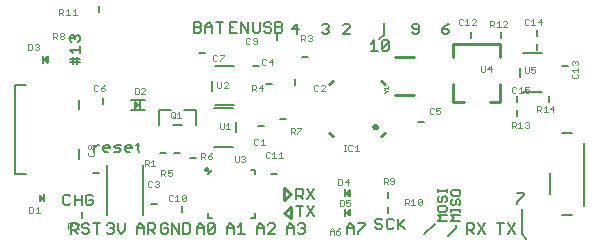
<source format=gbr>
G04 EAGLE Gerber RS-274X export*
G75*
%MOMM*%
%FSLAX34Y34*%
%LPD*%
%INSilkscreen Top*%
%IPPOS*%
%AMOC8*
5,1,8,0,0,1.08239X$1,22.5*%
G01*
%ADD10C,0.127000*%
%ADD11C,0.076200*%
%ADD12C,0.254000*%
%ADD13C,0.203200*%
%ADD14C,0.101600*%
%ADD15R,0.200000X0.800000*%
%ADD16R,0.127000X0.762000*%
%ADD17C,0.220000*%
%ADD18C,0.025400*%
%ADD19C,0.050800*%

G36*
X24013Y170058D02*
X24013Y170058D01*
X24042Y170055D01*
X24134Y170075D01*
X24227Y170088D01*
X24254Y170101D01*
X24283Y170107D01*
X24363Y170155D01*
X24447Y170197D01*
X24468Y170218D01*
X24494Y170233D01*
X24555Y170305D01*
X24621Y170371D01*
X24634Y170397D01*
X24654Y170420D01*
X24689Y170507D01*
X24731Y170591D01*
X24735Y170621D01*
X24746Y170648D01*
X24764Y170815D01*
X24764Y175895D01*
X24759Y175924D01*
X24762Y175954D01*
X24740Y176045D01*
X24725Y176138D01*
X24711Y176164D01*
X24704Y176193D01*
X24653Y176272D01*
X24609Y176355D01*
X24588Y176376D01*
X24572Y176401D01*
X24499Y176460D01*
X24431Y176525D01*
X24404Y176537D01*
X24381Y176556D01*
X24293Y176589D01*
X24208Y176628D01*
X24178Y176631D01*
X24151Y176642D01*
X24057Y176645D01*
X23964Y176655D01*
X23934Y176649D01*
X23905Y176650D01*
X23815Y176623D01*
X23723Y176603D01*
X23698Y176588D01*
X23669Y176579D01*
X23527Y176489D01*
X20352Y173949D01*
X20283Y173872D01*
X20210Y173799D01*
X20201Y173782D01*
X20188Y173767D01*
X20146Y173671D01*
X20100Y173579D01*
X20098Y173559D01*
X20090Y173541D01*
X20081Y173438D01*
X20067Y173335D01*
X20071Y173316D01*
X20069Y173296D01*
X20094Y173195D01*
X20113Y173093D01*
X20123Y173076D01*
X20127Y173057D01*
X20183Y172970D01*
X20234Y172879D01*
X20251Y172862D01*
X20259Y172849D01*
X20284Y172829D01*
X20352Y172761D01*
X23527Y170221D01*
X23553Y170206D01*
X23575Y170186D01*
X23660Y170146D01*
X23742Y170100D01*
X23771Y170094D01*
X23798Y170082D01*
X23891Y170072D01*
X23983Y170054D01*
X24013Y170058D01*
G37*
G36*
X279918Y57028D02*
X279918Y57028D01*
X279947Y57025D01*
X280039Y57045D01*
X280132Y57058D01*
X280159Y57071D01*
X280188Y57077D01*
X280268Y57125D01*
X280352Y57167D01*
X280373Y57188D01*
X280399Y57203D01*
X280460Y57275D01*
X280526Y57341D01*
X280539Y57367D01*
X280559Y57390D01*
X280594Y57477D01*
X280636Y57561D01*
X280640Y57591D01*
X280651Y57618D01*
X280669Y57785D01*
X280669Y62865D01*
X280664Y62894D01*
X280667Y62924D01*
X280645Y63015D01*
X280630Y63108D01*
X280616Y63134D01*
X280609Y63163D01*
X280558Y63242D01*
X280514Y63325D01*
X280493Y63346D01*
X280477Y63371D01*
X280404Y63430D01*
X280336Y63495D01*
X280309Y63507D01*
X280286Y63526D01*
X280198Y63559D01*
X280113Y63598D01*
X280083Y63601D01*
X280056Y63612D01*
X279962Y63615D01*
X279869Y63625D01*
X279839Y63619D01*
X279810Y63620D01*
X279720Y63593D01*
X279628Y63573D01*
X279603Y63558D01*
X279574Y63549D01*
X279432Y63459D01*
X276257Y60919D01*
X276188Y60842D01*
X276115Y60769D01*
X276106Y60752D01*
X276093Y60737D01*
X276051Y60641D01*
X276005Y60549D01*
X276003Y60529D01*
X275995Y60511D01*
X275986Y60408D01*
X275972Y60305D01*
X275976Y60286D01*
X275974Y60266D01*
X275999Y60165D01*
X276018Y60063D01*
X276028Y60046D01*
X276032Y60027D01*
X276088Y59940D01*
X276139Y59849D01*
X276156Y59832D01*
X276164Y59819D01*
X276189Y59799D01*
X276257Y59731D01*
X279432Y57191D01*
X279458Y57176D01*
X279480Y57156D01*
X279565Y57116D01*
X279647Y57070D01*
X279676Y57064D01*
X279703Y57052D01*
X279796Y57042D01*
X279888Y57024D01*
X279918Y57028D01*
G37*
G36*
X17341Y52586D02*
X17341Y52586D01*
X17370Y52585D01*
X17460Y52612D01*
X17552Y52632D01*
X17577Y52647D01*
X17606Y52656D01*
X17748Y52746D01*
X20923Y55286D01*
X20992Y55363D01*
X21065Y55436D01*
X21074Y55454D01*
X21087Y55468D01*
X21129Y55564D01*
X21175Y55656D01*
X21177Y55676D01*
X21185Y55694D01*
X21194Y55797D01*
X21208Y55900D01*
X21204Y55919D01*
X21206Y55939D01*
X21181Y56040D01*
X21162Y56142D01*
X21152Y56159D01*
X21148Y56178D01*
X21092Y56266D01*
X21041Y56356D01*
X21024Y56373D01*
X21016Y56386D01*
X20991Y56406D01*
X20923Y56474D01*
X17748Y59014D01*
X17722Y59029D01*
X17700Y59050D01*
X17615Y59089D01*
X17533Y59135D01*
X17504Y59141D01*
X17477Y59153D01*
X17384Y59163D01*
X17292Y59181D01*
X17262Y59177D01*
X17233Y59180D01*
X17141Y59160D01*
X17048Y59148D01*
X17021Y59134D01*
X16992Y59128D01*
X16912Y59080D01*
X16828Y59038D01*
X16807Y59017D01*
X16781Y59002D01*
X16720Y58930D01*
X16654Y58864D01*
X16641Y58838D01*
X16621Y58815D01*
X16586Y58728D01*
X16544Y58644D01*
X16540Y58614D01*
X16529Y58587D01*
X16511Y58420D01*
X16511Y53340D01*
X16516Y53311D01*
X16513Y53281D01*
X16535Y53190D01*
X16551Y53097D01*
X16564Y53071D01*
X16571Y53042D01*
X16622Y52963D01*
X16666Y52880D01*
X16687Y52859D01*
X16703Y52834D01*
X16776Y52775D01*
X16844Y52711D01*
X16871Y52698D01*
X16894Y52679D01*
X16982Y52646D01*
X17067Y52607D01*
X17097Y52604D01*
X17124Y52593D01*
X17218Y52590D01*
X17311Y52580D01*
X17341Y52586D01*
G37*
G36*
X279918Y40518D02*
X279918Y40518D01*
X279947Y40515D01*
X280039Y40535D01*
X280132Y40548D01*
X280159Y40561D01*
X280188Y40567D01*
X280268Y40615D01*
X280352Y40657D01*
X280373Y40678D01*
X280399Y40693D01*
X280460Y40765D01*
X280526Y40831D01*
X280539Y40857D01*
X280559Y40880D01*
X280594Y40967D01*
X280636Y41051D01*
X280640Y41081D01*
X280651Y41108D01*
X280669Y41275D01*
X280669Y46355D01*
X280664Y46384D01*
X280667Y46414D01*
X280645Y46505D01*
X280630Y46598D01*
X280616Y46624D01*
X280609Y46653D01*
X280558Y46732D01*
X280514Y46815D01*
X280493Y46836D01*
X280477Y46861D01*
X280404Y46920D01*
X280336Y46985D01*
X280309Y46997D01*
X280286Y47016D01*
X280198Y47049D01*
X280113Y47088D01*
X280083Y47091D01*
X280056Y47102D01*
X279962Y47105D01*
X279869Y47115D01*
X279839Y47109D01*
X279810Y47110D01*
X279720Y47083D01*
X279628Y47063D01*
X279603Y47048D01*
X279574Y47039D01*
X279432Y46949D01*
X276257Y44409D01*
X276188Y44332D01*
X276115Y44259D01*
X276106Y44242D01*
X276093Y44227D01*
X276051Y44131D01*
X276005Y44039D01*
X276003Y44019D01*
X275995Y44001D01*
X275986Y43898D01*
X275972Y43795D01*
X275976Y43776D01*
X275974Y43756D01*
X275999Y43655D01*
X276018Y43553D01*
X276028Y43536D01*
X276032Y43517D01*
X276088Y43430D01*
X276139Y43339D01*
X276156Y43322D01*
X276164Y43309D01*
X276189Y43289D01*
X276257Y43221D01*
X279432Y40681D01*
X279458Y40666D01*
X279480Y40646D01*
X279565Y40606D01*
X279647Y40560D01*
X279676Y40554D01*
X279703Y40542D01*
X279796Y40532D01*
X279888Y40514D01*
X279918Y40518D01*
G37*
G36*
X98332Y132508D02*
X98332Y132508D01*
X98361Y132504D01*
X98401Y132521D01*
X98443Y132528D01*
X98478Y132554D01*
X98490Y132559D01*
X98495Y132566D01*
X98509Y132576D01*
X101009Y135076D01*
X101017Y135090D01*
X101029Y135099D01*
X101050Y135151D01*
X101077Y135199D01*
X101076Y135215D01*
X101082Y135230D01*
X101072Y135284D01*
X101069Y135340D01*
X101059Y135353D01*
X101057Y135368D01*
X101009Y135434D01*
X98509Y137934D01*
X98471Y137955D01*
X98439Y137984D01*
X98410Y137988D01*
X98386Y138002D01*
X98342Y137999D01*
X98299Y138006D01*
X98273Y137995D01*
X98245Y137994D01*
X98210Y137968D01*
X98170Y137951D01*
X98154Y137928D01*
X98131Y137911D01*
X98114Y137871D01*
X98090Y137835D01*
X98083Y137792D01*
X98078Y137780D01*
X98080Y137772D01*
X98077Y137755D01*
X98077Y132755D01*
X98089Y132713D01*
X98091Y132670D01*
X98108Y132647D01*
X98116Y132620D01*
X98148Y132591D01*
X98174Y132556D01*
X98200Y132545D01*
X98221Y132526D01*
X98264Y132519D01*
X98305Y132503D01*
X98332Y132508D01*
G37*
D10*
X198057Y205113D02*
X198057Y197698D01*
X199540Y196215D01*
X202506Y196215D01*
X203989Y197698D01*
X203989Y205113D01*
X211861Y205113D02*
X213344Y203630D01*
X211861Y205113D02*
X208895Y205113D01*
X207412Y203630D01*
X207412Y202147D01*
X208895Y200664D01*
X211861Y200664D01*
X213344Y199181D01*
X213344Y197698D01*
X211861Y196215D01*
X208895Y196215D01*
X207412Y197698D01*
X216768Y196215D02*
X216768Y205113D01*
X221216Y205113D01*
X222699Y203630D01*
X222699Y202147D01*
X221216Y200664D01*
X222699Y199181D01*
X222699Y197698D01*
X221216Y196215D01*
X216768Y196215D01*
X216768Y200664D02*
X221216Y200664D01*
X43752Y34933D02*
X43752Y26035D01*
X43752Y34933D02*
X48201Y34933D01*
X49684Y33450D01*
X49684Y30484D01*
X48201Y29001D01*
X43752Y29001D01*
X46718Y29001D02*
X49684Y26035D01*
X57556Y34933D02*
X59039Y33450D01*
X57556Y34933D02*
X54590Y34933D01*
X53107Y33450D01*
X53107Y31967D01*
X54590Y30484D01*
X57556Y30484D01*
X59039Y29001D01*
X59039Y27518D01*
X57556Y26035D01*
X54590Y26035D01*
X53107Y27518D01*
X65428Y26035D02*
X65428Y34933D01*
X62463Y34933D02*
X68394Y34933D01*
X99230Y31967D02*
X99230Y26035D01*
X99230Y31967D02*
X102196Y34933D01*
X105162Y31967D01*
X105162Y26035D01*
X105162Y30484D02*
X99230Y30484D01*
X108585Y26035D02*
X108585Y34933D01*
X113034Y34933D01*
X114517Y33450D01*
X114517Y30484D01*
X113034Y29001D01*
X108585Y29001D01*
X111551Y29001D02*
X114517Y26035D01*
X75313Y34933D02*
X73830Y33450D01*
X75313Y34933D02*
X78279Y34933D01*
X79762Y33450D01*
X79762Y31967D01*
X78279Y30484D01*
X76796Y30484D01*
X78279Y30484D02*
X79762Y29001D01*
X79762Y27518D01*
X78279Y26035D01*
X75313Y26035D01*
X73830Y27518D01*
X83185Y29001D02*
X83185Y34933D01*
X83185Y29001D02*
X86151Y26035D01*
X89117Y29001D01*
X89117Y34933D01*
X175430Y31967D02*
X175430Y26035D01*
X175430Y31967D02*
X178396Y34933D01*
X181362Y31967D01*
X181362Y26035D01*
X181362Y30484D02*
X175430Y30484D01*
X184785Y31967D02*
X187751Y34933D01*
X187751Y26035D01*
X184785Y26035D02*
X190717Y26035D01*
X150030Y26035D02*
X150030Y31967D01*
X152996Y34933D01*
X155962Y31967D01*
X155962Y26035D01*
X155962Y30484D02*
X150030Y30484D01*
X159385Y27518D02*
X159385Y33450D01*
X160868Y34933D01*
X163834Y34933D01*
X165317Y33450D01*
X165317Y27518D01*
X163834Y26035D01*
X160868Y26035D01*
X159385Y27518D01*
X165317Y33450D01*
X306011Y38743D02*
X307494Y37260D01*
X306011Y38743D02*
X303045Y38743D01*
X301562Y37260D01*
X301562Y35777D01*
X303045Y34294D01*
X306011Y34294D01*
X307494Y32811D01*
X307494Y31328D01*
X306011Y29845D01*
X303045Y29845D01*
X301562Y31328D01*
X315366Y38743D02*
X316849Y37260D01*
X315366Y38743D02*
X312400Y38743D01*
X310917Y37260D01*
X310917Y31328D01*
X312400Y29845D01*
X315366Y29845D01*
X316849Y31328D01*
X320273Y29845D02*
X320273Y38743D01*
X326204Y38743D02*
X320273Y32811D01*
X321756Y34294D02*
X326204Y29845D01*
X354324Y36428D02*
X361950Y36428D01*
X356866Y38970D02*
X354324Y36428D01*
X356866Y38970D02*
X354324Y41512D01*
X361950Y41512D01*
X354324Y45885D02*
X354324Y48427D01*
X354324Y45885D02*
X355595Y44614D01*
X360679Y44614D01*
X361950Y45885D01*
X361950Y48427D01*
X360679Y49698D01*
X355595Y49698D01*
X354324Y48427D01*
X354324Y56613D02*
X355595Y57884D01*
X354324Y56613D02*
X354324Y54070D01*
X355595Y52799D01*
X356866Y52799D01*
X358137Y54070D01*
X358137Y56613D01*
X359408Y57884D01*
X360679Y57884D01*
X361950Y56613D01*
X361950Y54070D01*
X360679Y52799D01*
X361950Y60985D02*
X361950Y63527D01*
X361950Y62256D02*
X354324Y62256D01*
X354324Y60985D02*
X354324Y63527D01*
X147892Y196215D02*
X147892Y205113D01*
X152341Y205113D01*
X153824Y203630D01*
X153824Y202147D01*
X152341Y200664D01*
X153824Y199181D01*
X153824Y197698D01*
X152341Y196215D01*
X147892Y196215D01*
X147892Y200664D02*
X152341Y200664D01*
X157247Y202147D02*
X157247Y196215D01*
X157247Y202147D02*
X160213Y205113D01*
X163179Y202147D01*
X163179Y196215D01*
X163179Y200664D02*
X157247Y200664D01*
X169568Y196215D02*
X169568Y205113D01*
X166603Y205113D02*
X172534Y205113D01*
X124401Y34933D02*
X125884Y33450D01*
X124401Y34933D02*
X121435Y34933D01*
X119952Y33450D01*
X119952Y27518D01*
X121435Y26035D01*
X124401Y26035D01*
X125884Y27518D01*
X125884Y30484D01*
X122918Y30484D01*
X129307Y26035D02*
X129307Y34933D01*
X135239Y26035D01*
X135239Y34933D01*
X138663Y34933D02*
X138663Y26035D01*
X143111Y26035D01*
X144594Y27518D01*
X144594Y33450D01*
X143111Y34933D01*
X138663Y34933D01*
X51435Y170965D02*
X42537Y170965D01*
X42537Y173931D02*
X51435Y173931D01*
X45503Y173931D02*
X45503Y169482D01*
X45503Y173931D02*
X45503Y175414D01*
X48469Y175414D02*
X48469Y169482D01*
X45503Y178837D02*
X42537Y181803D01*
X51435Y181803D01*
X51435Y178837D02*
X51435Y184769D01*
X44020Y188193D02*
X42537Y189676D01*
X42537Y192641D01*
X44020Y194124D01*
X45503Y194124D01*
X46986Y192641D01*
X46986Y191158D01*
X46986Y192641D02*
X48469Y194124D01*
X49952Y194124D01*
X51435Y192641D01*
X51435Y189676D01*
X49952Y188193D01*
X62898Y101309D02*
X62898Y95377D01*
X62898Y98343D02*
X65864Y101309D01*
X67347Y101309D01*
X72177Y95377D02*
X75143Y95377D01*
X72177Y95377D02*
X70694Y96860D01*
X70694Y99826D01*
X72177Y101309D01*
X75143Y101309D01*
X76626Y99826D01*
X76626Y98343D01*
X70694Y98343D01*
X80049Y95377D02*
X84498Y95377D01*
X85981Y96860D01*
X84498Y98343D01*
X81532Y98343D01*
X80049Y99826D01*
X81532Y101309D01*
X85981Y101309D01*
X90887Y95377D02*
X93853Y95377D01*
X90887Y95377D02*
X89404Y96860D01*
X89404Y99826D01*
X90887Y101309D01*
X93853Y101309D01*
X95336Y99826D01*
X95336Y98343D01*
X89404Y98343D01*
X100242Y96860D02*
X100242Y102792D01*
X100242Y96860D02*
X101725Y95377D01*
X101725Y101309D02*
X98759Y101309D01*
X43334Y57580D02*
X41851Y59063D01*
X38885Y59063D01*
X37402Y57580D01*
X37402Y51648D01*
X38885Y50165D01*
X41851Y50165D01*
X43334Y51648D01*
X46757Y50165D02*
X46757Y59063D01*
X46757Y54614D02*
X52689Y54614D01*
X52689Y59063D02*
X52689Y50165D01*
X60561Y59063D02*
X62044Y57580D01*
X60561Y59063D02*
X57596Y59063D01*
X56113Y57580D01*
X56113Y51648D01*
X57596Y50165D01*
X60561Y50165D01*
X62044Y51648D01*
X62044Y54614D01*
X59078Y54614D01*
X200830Y31967D02*
X200830Y26035D01*
X200830Y31967D02*
X203796Y34933D01*
X206762Y31967D01*
X206762Y26035D01*
X206762Y30484D02*
X200830Y30484D01*
X210185Y26035D02*
X216117Y26035D01*
X210185Y26035D02*
X216117Y31967D01*
X216117Y33450D01*
X214634Y34933D01*
X211668Y34933D01*
X210185Y33450D01*
X226230Y31967D02*
X226230Y26035D01*
X226230Y31967D02*
X229196Y34933D01*
X232162Y31967D01*
X232162Y26035D01*
X232162Y30484D02*
X226230Y30484D01*
X235585Y33450D02*
X237068Y34933D01*
X240034Y34933D01*
X241517Y33450D01*
X241517Y31967D01*
X240034Y30484D01*
X238551Y30484D01*
X240034Y30484D02*
X241517Y29001D01*
X241517Y27518D01*
X240034Y26035D01*
X237068Y26035D01*
X235585Y27518D01*
D11*
X262738Y28832D02*
X262738Y25273D01*
X262738Y28832D02*
X264517Y30612D01*
X266297Y28832D01*
X266297Y25273D01*
X266297Y27942D02*
X262738Y27942D01*
X270131Y29722D02*
X271910Y30612D01*
X270131Y29722D02*
X268351Y27942D01*
X268351Y26163D01*
X269241Y25273D01*
X271020Y25273D01*
X271910Y26163D01*
X271910Y27053D01*
X271020Y27942D01*
X268351Y27942D01*
D10*
X277030Y26035D02*
X277030Y31967D01*
X279996Y34933D01*
X282962Y31967D01*
X282962Y26035D01*
X282962Y30484D02*
X277030Y30484D01*
X286385Y34933D02*
X292317Y34933D01*
X292317Y33450D01*
X286385Y27518D01*
X286385Y26035D01*
X365754Y36428D02*
X373380Y36428D01*
X368296Y38970D02*
X365754Y36428D01*
X368296Y38970D02*
X365754Y41512D01*
X373380Y41512D01*
X373380Y44614D02*
X373380Y47156D01*
X373380Y45885D02*
X365754Y45885D01*
X365754Y44614D02*
X365754Y47156D01*
X365754Y53884D02*
X367025Y55155D01*
X365754Y53884D02*
X365754Y51342D01*
X367025Y50071D01*
X368296Y50071D01*
X369567Y51342D01*
X369567Y53884D01*
X370838Y55155D01*
X372109Y55155D01*
X373380Y53884D01*
X373380Y51342D01*
X372109Y50071D01*
X365754Y59528D02*
X365754Y62070D01*
X365754Y59528D02*
X367025Y58256D01*
X372109Y58256D01*
X373380Y59528D01*
X373380Y62070D01*
X372109Y63341D01*
X367025Y63341D01*
X365754Y62070D01*
X378630Y34933D02*
X378630Y26035D01*
X378630Y34933D02*
X383079Y34933D01*
X384562Y33450D01*
X384562Y30484D01*
X383079Y29001D01*
X378630Y29001D01*
X381596Y29001D02*
X384562Y26035D01*
X393917Y26035D02*
X387985Y34933D01*
X393917Y34933D02*
X387985Y26035D01*
X406996Y26035D02*
X406996Y34933D01*
X404030Y34933D02*
X409962Y34933D01*
X413385Y34933D02*
X419317Y26035D01*
X413385Y26035D02*
X419317Y34933D01*
X360873Y202360D02*
X363839Y203843D01*
X360873Y202360D02*
X357907Y199394D01*
X357907Y196428D01*
X359390Y194945D01*
X362356Y194945D01*
X363839Y196428D01*
X363839Y197911D01*
X362356Y199394D01*
X357907Y199394D01*
X333990Y194945D02*
X332507Y196428D01*
X333990Y194945D02*
X336956Y194945D01*
X338439Y196428D01*
X338439Y202360D01*
X336956Y203843D01*
X333990Y203843D01*
X332507Y202360D01*
X332507Y200877D01*
X333990Y199394D01*
X338439Y199394D01*
X300316Y189873D02*
X297350Y186907D01*
X300316Y189873D02*
X300316Y180975D01*
X297350Y180975D02*
X303282Y180975D01*
X306705Y182458D02*
X306705Y188390D01*
X308188Y189873D01*
X311154Y189873D01*
X312637Y188390D01*
X312637Y182458D01*
X311154Y180975D01*
X308188Y180975D01*
X306705Y182458D01*
X312637Y188390D01*
X280019Y194945D02*
X274087Y194945D01*
X280019Y200877D01*
X280019Y202360D01*
X278536Y203843D01*
X275570Y203843D01*
X274087Y202360D01*
X257790Y203843D02*
X256307Y202360D01*
X257790Y203843D02*
X260756Y203843D01*
X262239Y202360D01*
X262239Y200877D01*
X260756Y199394D01*
X259273Y199394D01*
X260756Y199394D02*
X262239Y197911D01*
X262239Y196428D01*
X260756Y194945D01*
X257790Y194945D01*
X256307Y196428D01*
X235356Y194945D02*
X235356Y203843D01*
X230907Y199394D01*
X236839Y199394D01*
X421407Y60333D02*
X427339Y60333D01*
X427339Y58850D01*
X421407Y52918D01*
X421407Y51435D01*
X237451Y49538D02*
X237451Y40640D01*
X234485Y49538D02*
X240417Y49538D01*
X243840Y49538D02*
X249772Y40640D01*
X243840Y40640D02*
X249772Y49538D01*
X234485Y55245D02*
X234485Y64143D01*
X238934Y64143D01*
X240417Y62660D01*
X240417Y59694D01*
X238934Y58211D01*
X234485Y58211D01*
X237451Y58211D02*
X240417Y55245D01*
X249772Y55245D02*
X243840Y64143D01*
X249772Y64143D02*
X243840Y55245D01*
D12*
X229870Y48895D02*
X224155Y43815D01*
X229870Y39370D01*
X229870Y48895D01*
X224155Y54610D02*
X229870Y59690D01*
X224155Y64770D01*
X224155Y54610D01*
D13*
X425450Y46990D02*
X425450Y25400D01*
X429260Y21590D01*
X304800Y190500D02*
X308610Y194310D01*
X308610Y204470D01*
D10*
X183902Y205113D02*
X177970Y205113D01*
X177970Y196215D01*
X183902Y196215D01*
X180936Y200664D02*
X177970Y200664D01*
X187325Y196215D02*
X187325Y205113D01*
X193257Y196215D01*
X193257Y205113D01*
D13*
X351790Y34290D02*
X342900Y25400D01*
X363220Y24130D02*
X369570Y30480D01*
X369570Y33020D01*
X202800Y167690D02*
X197720Y167690D01*
D14*
X207929Y173586D02*
X208776Y172739D01*
X207929Y173586D02*
X206234Y173586D01*
X205387Y172739D01*
X205387Y169349D01*
X206234Y168502D01*
X207929Y168502D01*
X208776Y169349D01*
X213542Y168502D02*
X213542Y173586D01*
X211000Y171044D01*
X214389Y171044D01*
D13*
X181990Y134630D02*
X165990Y134630D01*
X165990Y167630D02*
X181990Y167630D01*
X163490Y155130D02*
X163490Y147130D01*
D14*
X167622Y150199D02*
X167622Y154436D01*
X167622Y150199D02*
X168469Y149352D01*
X170164Y149352D01*
X171011Y150199D01*
X171011Y154436D01*
X173235Y149352D02*
X176624Y149352D01*
X173235Y149352D02*
X176624Y152742D01*
X176624Y153589D01*
X175777Y154436D01*
X174082Y154436D01*
X173235Y153589D01*
D10*
X106330Y131001D02*
X94330Y131001D01*
X94330Y139509D02*
X106330Y139509D01*
X100830Y135255D02*
X98330Y132755D01*
X98330Y137755D01*
X100830Y135255D01*
D15*
X102076Y135255D03*
D14*
X97663Y144018D02*
X97663Y149102D01*
X97663Y144018D02*
X100205Y144018D01*
X101053Y144865D01*
X101053Y148255D01*
X100205Y149102D01*
X97663Y149102D01*
X103276Y144018D02*
X106666Y144018D01*
X103276Y144018D02*
X106666Y147408D01*
X106666Y148255D01*
X105818Y149102D01*
X104123Y149102D01*
X103276Y148255D01*
D13*
X164720Y132705D02*
X180720Y132705D01*
X180720Y99705D02*
X164720Y99705D01*
X183220Y112205D02*
X183220Y120205D01*
D14*
X169513Y119892D02*
X169513Y115655D01*
X170360Y114808D01*
X172055Y114808D01*
X172903Y115655D01*
X172903Y119892D01*
X175126Y118198D02*
X176821Y119892D01*
X176821Y114808D01*
X175126Y114808D02*
X178516Y114808D01*
D16*
X21082Y55880D03*
D14*
X8128Y48772D02*
X8128Y43688D01*
X10670Y43688D01*
X11518Y44535D01*
X11518Y47925D01*
X10670Y48772D01*
X8128Y48772D01*
X13741Y47078D02*
X15436Y48772D01*
X15436Y43688D01*
X13741Y43688D02*
X17131Y43688D01*
D13*
X53340Y44450D02*
X53340Y39370D01*
D14*
X41148Y34802D02*
X41148Y29718D01*
X41148Y34802D02*
X43690Y34802D01*
X44538Y33955D01*
X44538Y32260D01*
X43690Y31413D01*
X41148Y31413D01*
X42843Y31413D02*
X44538Y29718D01*
X46761Y29718D02*
X50151Y29718D01*
X46761Y29718D02*
X50151Y33108D01*
X50151Y33955D01*
X49303Y34802D01*
X47608Y34802D01*
X46761Y33955D01*
D13*
X152400Y179070D02*
X157480Y179070D01*
D14*
X166880Y177042D02*
X167728Y176195D01*
X166880Y177042D02*
X165185Y177042D01*
X164338Y176195D01*
X164338Y172805D01*
X165185Y171958D01*
X166880Y171958D01*
X167728Y172805D01*
X169951Y177042D02*
X173341Y177042D01*
X173341Y176195D01*
X169951Y172805D01*
X169951Y171958D01*
D13*
X104789Y83865D02*
X104789Y41865D01*
X74281Y41865D02*
X74281Y83865D01*
D16*
X20193Y173355D03*
D14*
X7697Y181737D02*
X7697Y186821D01*
X7697Y181737D02*
X10239Y181737D01*
X11086Y182584D01*
X11086Y185974D01*
X10239Y186821D01*
X7697Y186821D01*
X13310Y185974D02*
X14157Y186821D01*
X15852Y186821D01*
X16699Y185974D01*
X16699Y185127D01*
X15852Y184279D01*
X15005Y184279D01*
X15852Y184279D02*
X16699Y183432D01*
X16699Y182584D01*
X15852Y181737D01*
X14157Y181737D01*
X13310Y182584D01*
D13*
X41910Y191770D02*
X46990Y191770D01*
D14*
X28448Y191008D02*
X28448Y196092D01*
X30990Y196092D01*
X31838Y195245D01*
X31838Y193550D01*
X30990Y192703D01*
X28448Y192703D01*
X30143Y192703D02*
X31838Y191008D01*
X34061Y195245D02*
X34908Y196092D01*
X36603Y196092D01*
X37451Y195245D01*
X37451Y194398D01*
X36603Y193550D01*
X37451Y192703D01*
X37451Y191855D01*
X36603Y191008D01*
X34908Y191008D01*
X34061Y191855D01*
X34061Y192703D01*
X34908Y193550D01*
X34061Y194398D01*
X34061Y195245D01*
X34908Y193550D02*
X36603Y193550D01*
D13*
X157607Y80518D02*
X157609Y80589D01*
X157615Y80660D01*
X157625Y80731D01*
X157639Y80801D01*
X157657Y80870D01*
X157678Y80937D01*
X157704Y81004D01*
X157733Y81069D01*
X157765Y81132D01*
X157802Y81194D01*
X157841Y81253D01*
X157884Y81310D01*
X157930Y81364D01*
X157979Y81416D01*
X158031Y81465D01*
X158085Y81511D01*
X158142Y81554D01*
X158201Y81593D01*
X158263Y81630D01*
X158326Y81662D01*
X158391Y81691D01*
X158458Y81717D01*
X158525Y81738D01*
X158594Y81756D01*
X158664Y81770D01*
X158735Y81780D01*
X158806Y81786D01*
X158877Y81788D01*
X158948Y81786D01*
X159019Y81780D01*
X159090Y81770D01*
X159160Y81756D01*
X159229Y81738D01*
X159296Y81717D01*
X159363Y81691D01*
X159428Y81662D01*
X159491Y81630D01*
X159553Y81593D01*
X159612Y81554D01*
X159669Y81511D01*
X159723Y81465D01*
X159775Y81416D01*
X159824Y81364D01*
X159870Y81310D01*
X159913Y81253D01*
X159952Y81194D01*
X159989Y81132D01*
X160021Y81069D01*
X160050Y81004D01*
X160076Y80937D01*
X160097Y80870D01*
X160115Y80801D01*
X160129Y80731D01*
X160139Y80660D01*
X160145Y80589D01*
X160147Y80518D01*
X160145Y80447D01*
X160139Y80376D01*
X160129Y80305D01*
X160115Y80235D01*
X160097Y80166D01*
X160076Y80099D01*
X160050Y80032D01*
X160021Y79967D01*
X159989Y79904D01*
X159952Y79842D01*
X159913Y79783D01*
X159870Y79726D01*
X159824Y79672D01*
X159775Y79620D01*
X159723Y79571D01*
X159669Y79525D01*
X159612Y79482D01*
X159553Y79443D01*
X159491Y79406D01*
X159428Y79374D01*
X159363Y79345D01*
X159296Y79319D01*
X159229Y79298D01*
X159160Y79280D01*
X159090Y79266D01*
X159019Y79256D01*
X158948Y79250D01*
X158877Y79248D01*
X158806Y79250D01*
X158735Y79256D01*
X158664Y79266D01*
X158594Y79280D01*
X158525Y79298D01*
X158458Y79319D01*
X158391Y79345D01*
X158326Y79374D01*
X158263Y79406D01*
X158201Y79443D01*
X158142Y79482D01*
X158085Y79525D01*
X158031Y79571D01*
X157979Y79620D01*
X157930Y79672D01*
X157884Y79726D01*
X157841Y79783D01*
X157802Y79842D01*
X157765Y79904D01*
X157733Y79967D01*
X157704Y80032D01*
X157678Y80099D01*
X157657Y80166D01*
X157639Y80235D01*
X157625Y80305D01*
X157615Y80376D01*
X157609Y80447D01*
X157607Y80518D01*
X196205Y39690D02*
X199705Y39690D01*
X199705Y43190D01*
X163205Y39690D02*
X159705Y39690D01*
X159705Y43190D01*
X199705Y76190D02*
X199705Y79690D01*
X196205Y79690D01*
X163205Y79690D02*
X159705Y76190D01*
D14*
X182383Y87775D02*
X182383Y92012D01*
X182383Y87775D02*
X183230Y86928D01*
X184925Y86928D01*
X185773Y87775D01*
X185773Y92012D01*
X187996Y91165D02*
X188843Y92012D01*
X190538Y92012D01*
X191386Y91165D01*
X191386Y90318D01*
X190538Y89470D01*
X189691Y89470D01*
X190538Y89470D02*
X191386Y88623D01*
X191386Y87775D01*
X190538Y86928D01*
X188843Y86928D01*
X187996Y87775D01*
D10*
X50370Y131300D02*
X50370Y139300D01*
X50370Y97300D02*
X50370Y89300D01*
X5370Y152300D02*
X-3630Y152300D01*
X-3630Y76300D01*
X5370Y76300D01*
D13*
X217805Y189865D02*
X217805Y194945D01*
D14*
X195236Y191054D02*
X194389Y191901D01*
X192694Y191901D01*
X191847Y191054D01*
X191847Y187664D01*
X192694Y186817D01*
X194389Y186817D01*
X195236Y187664D01*
X197460Y187664D02*
X198307Y186817D01*
X200002Y186817D01*
X200849Y187664D01*
X200849Y191054D01*
X200002Y191901D01*
X198307Y191901D01*
X197460Y191054D01*
X197460Y190207D01*
X198307Y189359D01*
X200849Y189359D01*
D13*
X67310Y77343D02*
X62230Y77343D01*
D14*
X57908Y94363D02*
X58755Y95211D01*
X57908Y94363D02*
X57908Y92668D01*
X58755Y91821D01*
X62145Y91821D01*
X62992Y92668D01*
X62992Y94363D01*
X62145Y95211D01*
X58755Y97434D02*
X57908Y98281D01*
X57908Y99976D01*
X58755Y100824D01*
X59602Y100824D01*
X60450Y99976D01*
X61297Y100824D01*
X62145Y100824D01*
X62992Y99976D01*
X62992Y98281D01*
X62145Y97434D01*
X61297Y97434D01*
X60450Y98281D01*
X59602Y97434D01*
X58755Y97434D01*
X60450Y98281D02*
X60450Y99976D01*
D13*
X118261Y117936D02*
X118261Y131064D01*
X128349Y131064D01*
X149709Y131064D02*
X149709Y117936D01*
X149709Y131064D02*
X139621Y131064D01*
X137709Y117856D02*
X130121Y117856D01*
D14*
X128143Y124545D02*
X128143Y127935D01*
X128990Y128782D01*
X130685Y128782D01*
X131533Y127935D01*
X131533Y124545D01*
X130685Y123698D01*
X128990Y123698D01*
X128143Y124545D01*
X129838Y125393D02*
X131533Y123698D01*
X133756Y127088D02*
X135451Y128782D01*
X135451Y123698D01*
X133756Y123698D02*
X137146Y123698D01*
D13*
X208915Y152400D02*
X213995Y152400D01*
D14*
X197358Y152277D02*
X197358Y147193D01*
X197358Y152277D02*
X199900Y152277D01*
X200748Y151430D01*
X200748Y149735D01*
X199900Y148888D01*
X197358Y148888D01*
X199053Y148888D02*
X200748Y147193D01*
X205513Y147193D02*
X205513Y152277D01*
X202971Y149735D01*
X206361Y149735D01*
D16*
X276098Y43815D03*
D14*
X271222Y49657D02*
X271222Y54741D01*
X271222Y49657D02*
X273764Y49657D01*
X274611Y50504D01*
X274611Y53894D01*
X273764Y54741D01*
X271222Y54741D01*
X276835Y54741D02*
X280224Y54741D01*
X276835Y54741D02*
X276835Y52199D01*
X278530Y53047D01*
X279377Y53047D01*
X280224Y52199D01*
X280224Y50504D01*
X279377Y49657D01*
X277682Y49657D01*
X276835Y50504D01*
D16*
X276098Y60325D03*
D14*
X269952Y67437D02*
X269952Y72521D01*
X269952Y67437D02*
X272494Y67437D01*
X273341Y68284D01*
X273341Y71674D01*
X272494Y72521D01*
X269952Y72521D01*
X278107Y72521D02*
X278107Y67437D01*
X275565Y69979D02*
X278107Y72521D01*
X278954Y69979D02*
X275565Y69979D01*
D13*
X116840Y51435D02*
X111760Y51435D01*
D14*
X112483Y69515D02*
X111635Y70362D01*
X109940Y70362D01*
X109093Y69515D01*
X109093Y66125D01*
X109940Y65278D01*
X111635Y65278D01*
X112483Y66125D01*
X114706Y69515D02*
X115553Y70362D01*
X117248Y70362D01*
X118096Y69515D01*
X118096Y68668D01*
X117248Y67820D01*
X116401Y67820D01*
X117248Y67820D02*
X118096Y66973D01*
X118096Y66125D01*
X117248Y65278D01*
X115553Y65278D01*
X114706Y66125D01*
D13*
X201930Y116840D02*
X207010Y116840D01*
D14*
X201374Y106176D02*
X202221Y105329D01*
X201374Y106176D02*
X199679Y106176D01*
X198832Y105329D01*
X198832Y101939D01*
X199679Y101092D01*
X201374Y101092D01*
X202221Y101939D01*
X204445Y104482D02*
X206140Y106176D01*
X206140Y101092D01*
X207834Y101092D02*
X204445Y101092D01*
D13*
X337185Y120650D02*
X342265Y120650D01*
D14*
X350811Y131364D02*
X349964Y132211D01*
X348269Y132211D01*
X347422Y131364D01*
X347422Y127974D01*
X348269Y127127D01*
X349964Y127127D01*
X350811Y127974D01*
X353035Y132211D02*
X356424Y132211D01*
X353035Y132211D02*
X353035Y129669D01*
X354730Y130517D01*
X355577Y130517D01*
X356424Y129669D01*
X356424Y127974D01*
X355577Y127127D01*
X353882Y127127D01*
X353035Y127974D01*
D17*
X333755Y143766D02*
X317755Y143766D01*
X317755Y175766D02*
X333755Y175766D01*
D18*
X309374Y145393D02*
X308823Y145393D01*
X309374Y145393D02*
X310476Y146495D01*
X309374Y147596D01*
X308823Y147596D01*
X310476Y146495D02*
X312128Y146495D01*
X309925Y148667D02*
X308823Y149769D01*
X312128Y149769D01*
X312128Y148667D02*
X312128Y150871D01*
D13*
X233680Y151765D02*
X233680Y156845D01*
D14*
X251970Y152277D02*
X252818Y151430D01*
X251970Y152277D02*
X250275Y152277D01*
X249428Y151430D01*
X249428Y148040D01*
X250275Y147193D01*
X251970Y147193D01*
X252818Y148040D01*
X255041Y147193D02*
X258431Y147193D01*
X255041Y147193D02*
X258431Y150583D01*
X258431Y151430D01*
X257583Y152277D01*
X255888Y152277D01*
X255041Y151430D01*
D13*
X244475Y175895D02*
X239395Y175895D01*
D14*
X238633Y189103D02*
X238633Y194187D01*
X241175Y194187D01*
X242023Y193340D01*
X242023Y191645D01*
X241175Y190798D01*
X238633Y190798D01*
X240328Y190798D02*
X242023Y189103D01*
X244246Y193340D02*
X245093Y194187D01*
X246788Y194187D01*
X247636Y193340D01*
X247636Y192493D01*
X246788Y191645D01*
X245941Y191645D01*
X246788Y191645D02*
X247636Y190798D01*
X247636Y189950D01*
X246788Y189103D01*
X245093Y189103D01*
X244246Y189950D01*
D12*
X299750Y116580D02*
X299752Y116657D01*
X299758Y116734D01*
X299768Y116811D01*
X299782Y116887D01*
X299799Y116962D01*
X299821Y117036D01*
X299846Y117109D01*
X299876Y117181D01*
X299908Y117251D01*
X299945Y117319D01*
X299984Y117385D01*
X300027Y117449D01*
X300074Y117511D01*
X300123Y117570D01*
X300176Y117627D01*
X300231Y117681D01*
X300289Y117732D01*
X300350Y117780D01*
X300413Y117825D01*
X300478Y117866D01*
X300545Y117904D01*
X300614Y117939D01*
X300685Y117969D01*
X300757Y117997D01*
X300831Y118020D01*
X300905Y118040D01*
X300981Y118056D01*
X301057Y118068D01*
X301134Y118076D01*
X301211Y118080D01*
X301289Y118080D01*
X301366Y118076D01*
X301443Y118068D01*
X301519Y118056D01*
X301595Y118040D01*
X301669Y118020D01*
X301743Y117997D01*
X301815Y117969D01*
X301886Y117939D01*
X301955Y117904D01*
X302022Y117866D01*
X302087Y117825D01*
X302150Y117780D01*
X302211Y117732D01*
X302269Y117681D01*
X302324Y117627D01*
X302377Y117570D01*
X302426Y117511D01*
X302473Y117449D01*
X302516Y117385D01*
X302555Y117319D01*
X302592Y117251D01*
X302624Y117181D01*
X302654Y117109D01*
X302679Y117036D01*
X302701Y116962D01*
X302718Y116887D01*
X302732Y116811D01*
X302742Y116734D01*
X302748Y116657D01*
X302750Y116580D01*
X302748Y116503D01*
X302742Y116426D01*
X302732Y116349D01*
X302718Y116273D01*
X302701Y116198D01*
X302679Y116124D01*
X302654Y116051D01*
X302624Y115979D01*
X302592Y115909D01*
X302555Y115841D01*
X302516Y115775D01*
X302473Y115711D01*
X302426Y115649D01*
X302377Y115590D01*
X302324Y115533D01*
X302269Y115479D01*
X302211Y115428D01*
X302150Y115380D01*
X302087Y115335D01*
X302022Y115294D01*
X301955Y115256D01*
X301886Y115221D01*
X301815Y115191D01*
X301743Y115163D01*
X301669Y115140D01*
X301595Y115120D01*
X301519Y115104D01*
X301443Y115092D01*
X301366Y115084D01*
X301289Y115080D01*
X301211Y115080D01*
X301134Y115084D01*
X301057Y115092D01*
X300981Y115104D01*
X300905Y115120D01*
X300831Y115140D01*
X300757Y115163D01*
X300685Y115191D01*
X300614Y115221D01*
X300545Y115256D01*
X300478Y115294D01*
X300413Y115335D01*
X300350Y115380D01*
X300289Y115428D01*
X300231Y115479D01*
X300176Y115533D01*
X300123Y115590D01*
X300074Y115649D01*
X300027Y115711D01*
X299984Y115775D01*
X299945Y115841D01*
X299908Y115909D01*
X299876Y115979D01*
X299846Y116051D01*
X299821Y116124D01*
X299799Y116198D01*
X299782Y116273D01*
X299768Y116349D01*
X299758Y116426D01*
X299752Y116503D01*
X299750Y116580D01*
X306250Y108580D02*
X309250Y111580D01*
X265250Y108580D02*
X262250Y111580D01*
X262250Y152580D02*
X265250Y155580D01*
X306250Y155580D02*
X309250Y152580D01*
D19*
X276710Y95758D02*
X274846Y95758D01*
X275778Y95758D02*
X275778Y101351D01*
X274846Y101351D02*
X276710Y101351D01*
X281384Y101351D02*
X282316Y100419D01*
X281384Y101351D02*
X279520Y101351D01*
X278588Y100419D01*
X278588Y96690D01*
X279520Y95758D01*
X281384Y95758D01*
X282316Y96690D01*
X284201Y99487D02*
X286065Y101351D01*
X286065Y95758D01*
X284201Y95758D02*
X287929Y95758D01*
D13*
X217805Y76200D02*
X212725Y76200D01*
D14*
X211848Y94534D02*
X211001Y95381D01*
X209306Y95381D01*
X208459Y94534D01*
X208459Y91144D01*
X209306Y90297D01*
X211001Y90297D01*
X211848Y91144D01*
X214072Y93687D02*
X215767Y95381D01*
X215767Y90297D01*
X217461Y90297D02*
X214072Y90297D01*
X219685Y93687D02*
X221380Y95381D01*
X221380Y90297D01*
X223074Y90297D02*
X219685Y90297D01*
D13*
X70485Y135890D02*
X70485Y140970D01*
D14*
X66763Y150795D02*
X65915Y151642D01*
X64220Y151642D01*
X63373Y150795D01*
X63373Y147405D01*
X64220Y146558D01*
X65915Y146558D01*
X66763Y147405D01*
X70681Y150795D02*
X72376Y151642D01*
X70681Y150795D02*
X68986Y149100D01*
X68986Y147405D01*
X69833Y146558D01*
X71528Y146558D01*
X72376Y147405D01*
X72376Y148253D01*
X71528Y149100D01*
X68986Y149100D01*
D13*
X220777Y123301D02*
X225857Y123301D01*
D14*
X229632Y115880D02*
X229632Y110795D01*
X229632Y115880D02*
X232174Y115880D01*
X233022Y115032D01*
X233022Y113337D01*
X232174Y112490D01*
X229632Y112490D01*
X231327Y112490D02*
X233022Y110795D01*
X235245Y115880D02*
X238635Y115880D01*
X238635Y115032D01*
X235245Y111643D01*
X235245Y110795D01*
D13*
X311785Y61595D02*
X311785Y56515D01*
D14*
X308483Y68453D02*
X308483Y73537D01*
X311025Y73537D01*
X311873Y72690D01*
X311873Y70995D01*
X311025Y70148D01*
X308483Y70148D01*
X310178Y70148D02*
X311873Y68453D01*
X314096Y69300D02*
X314943Y68453D01*
X316638Y68453D01*
X317486Y69300D01*
X317486Y72690D01*
X316638Y73537D01*
X314943Y73537D01*
X314096Y72690D01*
X314096Y71843D01*
X314943Y70995D01*
X317486Y70995D01*
D13*
X311785Y48260D02*
X311785Y43180D01*
D14*
X326263Y50038D02*
X326263Y55122D01*
X328805Y55122D01*
X329653Y54275D01*
X329653Y52580D01*
X328805Y51733D01*
X326263Y51733D01*
X327958Y51733D02*
X329653Y50038D01*
X331876Y53428D02*
X333571Y55122D01*
X333571Y50038D01*
X331876Y50038D02*
X335266Y50038D01*
X337489Y50885D02*
X337489Y54275D01*
X338337Y55122D01*
X340031Y55122D01*
X340879Y54275D01*
X340879Y50885D01*
X340031Y50038D01*
X338337Y50038D01*
X337489Y50885D01*
X340879Y54275D01*
D13*
X137795Y49530D02*
X137795Y44450D01*
D14*
X129933Y58339D02*
X129086Y59186D01*
X127391Y59186D01*
X126544Y58339D01*
X126544Y54949D01*
X127391Y54102D01*
X129086Y54102D01*
X129933Y54949D01*
X132157Y57492D02*
X133852Y59186D01*
X133852Y54102D01*
X135546Y54102D02*
X132157Y54102D01*
X137770Y54949D02*
X137770Y58339D01*
X138617Y59186D01*
X140312Y59186D01*
X141159Y58339D01*
X141159Y54949D01*
X140312Y54102D01*
X138617Y54102D01*
X137770Y54949D01*
X141159Y58339D01*
D13*
X124460Y93980D02*
X119380Y93980D01*
D14*
X106122Y88713D02*
X106122Y83629D01*
X106122Y88713D02*
X108664Y88713D01*
X109511Y87866D01*
X109511Y86171D01*
X108664Y85324D01*
X106122Y85324D01*
X107817Y85324D02*
X109511Y83629D01*
X111735Y87019D02*
X113430Y88713D01*
X113430Y83629D01*
X115124Y83629D02*
X111735Y83629D01*
D13*
X130810Y93980D02*
X135890Y93980D01*
D14*
X120092Y79823D02*
X120092Y74739D01*
X120092Y79823D02*
X122634Y79823D01*
X123481Y78976D01*
X123481Y77281D01*
X122634Y76434D01*
X120092Y76434D01*
X121787Y76434D02*
X123481Y74739D01*
X125705Y79823D02*
X129094Y79823D01*
X125705Y79823D02*
X125705Y77281D01*
X127400Y78129D01*
X128247Y78129D01*
X129094Y77281D01*
X129094Y75586D01*
X128247Y74739D01*
X126552Y74739D01*
X125705Y75586D01*
D13*
X144780Y90170D02*
X149860Y90170D01*
D14*
X154178Y89091D02*
X154178Y94175D01*
X156720Y94175D01*
X157568Y93328D01*
X157568Y91633D01*
X156720Y90786D01*
X154178Y90786D01*
X155873Y90786D02*
X157568Y89091D01*
X161486Y93328D02*
X163181Y94175D01*
X161486Y93328D02*
X159791Y91633D01*
X159791Y89938D01*
X160638Y89091D01*
X162333Y89091D01*
X163181Y89938D01*
X163181Y90786D01*
X162333Y91633D01*
X159791Y91633D01*
D13*
X426340Y146060D02*
X442340Y146060D01*
X442340Y179060D02*
X426340Y179060D01*
X423840Y166560D02*
X423840Y158560D01*
D14*
X427972Y162899D02*
X427972Y167136D01*
X427972Y162899D02*
X428819Y162052D01*
X430514Y162052D01*
X431361Y162899D01*
X431361Y167136D01*
X433585Y167136D02*
X436974Y167136D01*
X433585Y167136D02*
X433585Y164594D01*
X435280Y165442D01*
X436127Y165442D01*
X436974Y164594D01*
X436974Y162899D01*
X436127Y162052D01*
X434432Y162052D01*
X433585Y162899D01*
D12*
X367350Y152400D02*
X367350Y137400D01*
X376350Y137400D01*
X367350Y175400D02*
X367350Y186400D01*
X407350Y186400D01*
X407350Y175400D01*
X407350Y137400D02*
X398350Y137400D01*
X407350Y137400D02*
X407350Y152400D01*
D19*
X390624Y163566D02*
X390624Y168227D01*
X390624Y163566D02*
X391556Y162634D01*
X393420Y162634D01*
X394353Y163566D01*
X394353Y168227D01*
X399033Y168227D02*
X399033Y162634D01*
X396237Y165430D02*
X399033Y168227D01*
X399966Y165430D02*
X396237Y165430D01*
D13*
X382270Y191770D02*
X382270Y196850D01*
D14*
X375373Y206675D02*
X374525Y207522D01*
X372830Y207522D01*
X371983Y206675D01*
X371983Y203285D01*
X372830Y202438D01*
X374525Y202438D01*
X375373Y203285D01*
X377596Y205828D02*
X379291Y207522D01*
X379291Y202438D01*
X377596Y202438D02*
X380986Y202438D01*
X383209Y202438D02*
X386599Y202438D01*
X383209Y202438D02*
X386599Y205828D01*
X386599Y206675D01*
X385751Y207522D01*
X384057Y207522D01*
X383209Y206675D01*
D13*
X407670Y196850D02*
X407670Y191770D01*
D14*
X398653Y201168D02*
X398653Y206252D01*
X401195Y206252D01*
X402043Y205405D01*
X402043Y203710D01*
X401195Y202863D01*
X398653Y202863D01*
X400348Y202863D02*
X402043Y201168D01*
X404266Y204558D02*
X405961Y206252D01*
X405961Y201168D01*
X404266Y201168D02*
X407656Y201168D01*
X409879Y201168D02*
X413269Y201168D01*
X409879Y201168D02*
X413269Y204558D01*
X413269Y205405D01*
X412421Y206252D01*
X410727Y206252D01*
X409879Y205405D01*
D13*
X421640Y142240D02*
X421640Y137160D01*
D14*
X416739Y120463D02*
X416739Y115379D01*
X416739Y120463D02*
X419281Y120463D01*
X420128Y119616D01*
X420128Y117921D01*
X419281Y117074D01*
X416739Y117074D01*
X418433Y117074D02*
X420128Y115379D01*
X422352Y118769D02*
X424047Y120463D01*
X424047Y115379D01*
X425741Y115379D02*
X422352Y115379D01*
X427965Y119616D02*
X428812Y120463D01*
X430507Y120463D01*
X431354Y119616D01*
X431354Y118769D01*
X430507Y117921D01*
X429660Y117921D01*
X430507Y117921D02*
X431354Y117074D01*
X431354Y116226D01*
X430507Y115379D01*
X428812Y115379D01*
X427965Y116226D01*
D13*
X448310Y137160D02*
X448310Y142240D01*
D14*
X438329Y134433D02*
X438329Y129349D01*
X438329Y134433D02*
X440871Y134433D01*
X441718Y133586D01*
X441718Y131891D01*
X440871Y131044D01*
X438329Y131044D01*
X440023Y131044D02*
X441718Y129349D01*
X443942Y132739D02*
X445637Y134433D01*
X445637Y129349D01*
X447331Y129349D02*
X443942Y129349D01*
X452097Y129349D02*
X452097Y134433D01*
X449555Y131891D01*
X452944Y131891D01*
D13*
X438150Y181610D02*
X438150Y186690D01*
X459740Y167640D02*
X464820Y167640D01*
D14*
X468394Y161048D02*
X467547Y160201D01*
X467547Y158506D01*
X468394Y157659D01*
X471784Y157659D01*
X472631Y158506D01*
X472631Y160201D01*
X471784Y161048D01*
X469241Y163272D02*
X467547Y164967D01*
X472631Y164967D01*
X472631Y166661D02*
X472631Y163272D01*
X468394Y168885D02*
X467547Y169732D01*
X467547Y171427D01*
X468394Y172274D01*
X469241Y172274D01*
X470089Y171427D01*
X470089Y170580D01*
X470089Y171427D02*
X470936Y172274D01*
X471784Y172274D01*
X472631Y171427D01*
X472631Y169732D01*
X471784Y168885D01*
D13*
X438150Y193040D02*
X438150Y198120D01*
D14*
X431253Y206675D02*
X430405Y207522D01*
X428710Y207522D01*
X427863Y206675D01*
X427863Y203285D01*
X428710Y202438D01*
X430405Y202438D01*
X431253Y203285D01*
X433476Y205828D02*
X435171Y207522D01*
X435171Y202438D01*
X433476Y202438D02*
X436866Y202438D01*
X441631Y202438D02*
X441631Y207522D01*
X439089Y204980D01*
X442479Y204980D01*
D13*
X421640Y130810D02*
X421640Y125730D01*
D14*
X420458Y149208D02*
X419610Y150055D01*
X417915Y150055D01*
X417068Y149208D01*
X417068Y145818D01*
X417915Y144971D01*
X419610Y144971D01*
X420458Y145818D01*
X422681Y148361D02*
X424376Y150055D01*
X424376Y144971D01*
X422681Y144971D02*
X426071Y144971D01*
X428294Y150055D02*
X431684Y150055D01*
X428294Y150055D02*
X428294Y147513D01*
X429989Y148361D01*
X430836Y148361D01*
X431684Y147513D01*
X431684Y145818D01*
X430836Y144971D01*
X429142Y144971D01*
X428294Y145818D01*
D13*
X459280Y110970D02*
X467820Y110970D01*
X467820Y41430D02*
X459280Y41430D01*
X477820Y49200D02*
X477820Y103200D01*
X449280Y77470D02*
X449280Y59930D01*
X67310Y213360D02*
X67310Y218440D01*
D14*
X33834Y216666D02*
X33834Y211582D01*
X33834Y216666D02*
X36376Y216666D01*
X37223Y215819D01*
X37223Y214124D01*
X36376Y213277D01*
X33834Y213277D01*
X35528Y213277D02*
X37223Y211582D01*
X39447Y214972D02*
X41142Y216666D01*
X41142Y211582D01*
X42836Y211582D02*
X39447Y211582D01*
X45060Y214972D02*
X46755Y216666D01*
X46755Y211582D01*
X48449Y211582D02*
X45060Y211582D01*
M02*

</source>
